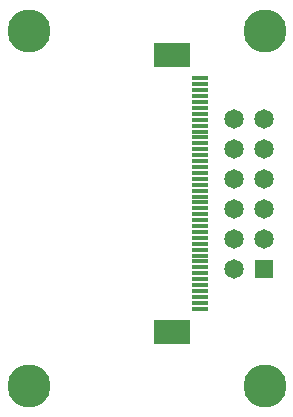
<source format=gbs>
G04*
G04 #@! TF.GenerationSoftware,Altium Limited,Altium Designer,20.2.5 (213)*
G04*
G04 Layer_Color=16711935*
%FSLAX25Y25*%
%MOIN*%
G70*
G04*
G04 #@! TF.SameCoordinates,30BD3B00-C382-4E22-9566-45DB6D5F9054*
G04*
G04*
G04 #@! TF.FilePolarity,Negative*
G04*
G01*
G75*
%ADD14R,0.05512X0.01772*%
%ADD15R,0.12402X0.08465*%
%ADD17C,0.06496*%
%ADD18R,0.06496X0.06496*%
%ADD19C,0.14370*%
D14*
X57087Y102362D02*
D03*
Y100394D02*
D03*
Y98425D02*
D03*
Y96457D02*
D03*
Y94488D02*
D03*
Y92520D02*
D03*
Y90551D02*
D03*
Y88583D02*
D03*
Y86614D02*
D03*
Y84646D02*
D03*
Y82677D02*
D03*
Y80709D02*
D03*
Y78740D02*
D03*
Y76772D02*
D03*
Y74803D02*
D03*
Y72835D02*
D03*
Y70866D02*
D03*
Y68898D02*
D03*
Y66929D02*
D03*
Y64961D02*
D03*
Y62992D02*
D03*
Y61024D02*
D03*
Y59055D02*
D03*
Y57087D02*
D03*
Y55118D02*
D03*
Y53150D02*
D03*
Y51181D02*
D03*
Y49213D02*
D03*
Y47244D02*
D03*
Y45276D02*
D03*
Y43307D02*
D03*
Y41339D02*
D03*
Y39370D02*
D03*
Y37402D02*
D03*
Y35433D02*
D03*
Y33465D02*
D03*
Y31496D02*
D03*
Y29528D02*
D03*
Y27559D02*
D03*
Y25591D02*
D03*
D15*
X47933Y17874D02*
D03*
Y110079D02*
D03*
D17*
X68441Y88713D02*
D03*
X78441D02*
D03*
X68441Y78713D02*
D03*
X78441D02*
D03*
X68441Y68713D02*
D03*
X78441D02*
D03*
X68441Y58713D02*
D03*
X78441D02*
D03*
X68441Y48713D02*
D03*
X78441D02*
D03*
X68441Y38713D02*
D03*
D18*
X78441D02*
D03*
D19*
X78740Y0D02*
D03*
Y118110D02*
D03*
X0D02*
D03*
Y0D02*
D03*
M02*

</source>
